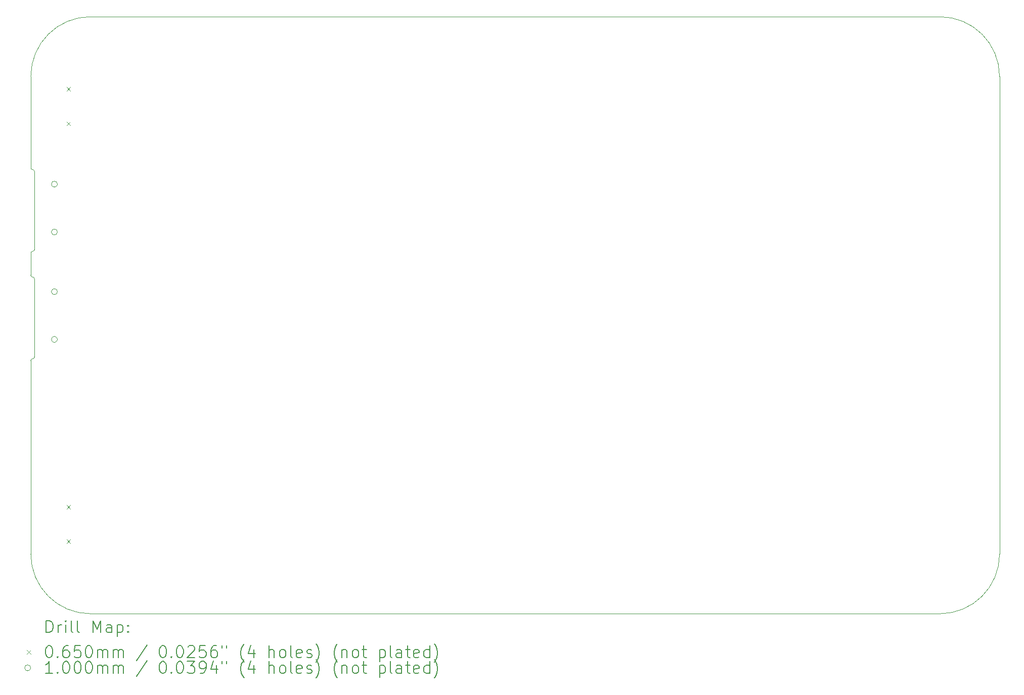
<source format=gbr>
%TF.GenerationSoftware,KiCad,Pcbnew,9.0.2-9.0.2-0~ubuntu24.04.1*%
%TF.CreationDate,2025-07-21T15:48:50-04:00*%
%TF.ProjectId,digital,64696769-7461-46c2-9e6b-696361645f70,rev?*%
%TF.SameCoordinates,Original*%
%TF.FileFunction,Drillmap*%
%TF.FilePolarity,Positive*%
%FSLAX45Y45*%
G04 Gerber Fmt 4.5, Leading zero omitted, Abs format (unit mm)*
G04 Created by KiCad (PCBNEW 9.0.2-9.0.2-0~ubuntu24.04.1) date 2025-07-21 15:48:50*
%MOMM*%
%LPD*%
G01*
G04 APERTURE LIST*
%ADD10C,0.050000*%
%ADD11C,0.200000*%
%ADD12C,0.100000*%
G04 APERTURE END LIST*
D10*
X6280000Y-15000000D02*
X20500000Y-15000000D01*
X5340000Y-10700000D02*
G75*
G02*
X5310000Y-10730000I-30000J0D01*
G01*
X5280000Y-6000000D02*
G75*
G02*
X6280000Y-5000000I1000000J0D01*
G01*
X6280000Y-15000000D02*
G75*
G02*
X5280000Y-14000000I0J1000000D01*
G01*
X5280000Y-6000000D02*
X5280000Y-7530000D01*
X5280000Y-10760000D02*
G75*
G02*
X5310000Y-10730000I30000J0D01*
G01*
X5310000Y-7560000D02*
G75*
G02*
X5280000Y-7530000I0J30000D01*
G01*
X5340000Y-8900000D02*
G75*
G02*
X5310000Y-8930000I-30000J0D01*
G01*
X5340000Y-7590000D02*
X5340000Y-8900000D01*
X20500000Y-5000000D02*
X6280000Y-5000000D01*
X5280000Y-10760000D02*
X5280000Y-14000000D01*
X20500000Y-5000000D02*
G75*
G02*
X21500000Y-6000000I0J-1000000D01*
G01*
X5280000Y-8960000D02*
G75*
G02*
X5310000Y-8930000I30000J0D01*
G01*
X5310000Y-9360000D02*
G75*
G02*
X5340000Y-9390000I0J-30000D01*
G01*
X5280000Y-8960000D02*
X5280000Y-9330000D01*
X21500000Y-14000000D02*
X21500000Y-6000000D01*
X5340000Y-9390000D02*
X5340000Y-10700000D01*
X21500000Y-14000000D02*
G75*
G02*
X20500000Y-15000000I-1000000J0D01*
G01*
X5310000Y-7560000D02*
G75*
G02*
X5340000Y-7590000I0J-30000D01*
G01*
X5310000Y-9360000D02*
G75*
G02*
X5280000Y-9330000I0J30000D01*
G01*
D11*
D12*
X5878000Y-6178500D02*
X5943000Y-6243500D01*
X5943000Y-6178500D02*
X5878000Y-6243500D01*
X5878000Y-6756500D02*
X5943000Y-6821500D01*
X5943000Y-6756500D02*
X5878000Y-6821500D01*
X5878000Y-13178500D02*
X5943000Y-13243500D01*
X5943000Y-13178500D02*
X5878000Y-13243500D01*
X5878000Y-13756500D02*
X5943000Y-13821500D01*
X5943000Y-13756500D02*
X5878000Y-13821500D01*
X5725000Y-7805000D02*
G75*
G02*
X5625000Y-7805000I-50000J0D01*
G01*
X5625000Y-7805000D02*
G75*
G02*
X5725000Y-7805000I50000J0D01*
G01*
X5725000Y-8605000D02*
G75*
G02*
X5625000Y-8605000I-50000J0D01*
G01*
X5625000Y-8605000D02*
G75*
G02*
X5725000Y-8605000I50000J0D01*
G01*
X5725000Y-9605000D02*
G75*
G02*
X5625000Y-9605000I-50000J0D01*
G01*
X5625000Y-9605000D02*
G75*
G02*
X5725000Y-9605000I50000J0D01*
G01*
X5725000Y-10405000D02*
G75*
G02*
X5625000Y-10405000I-50000J0D01*
G01*
X5625000Y-10405000D02*
G75*
G02*
X5725000Y-10405000I50000J0D01*
G01*
D11*
X5538277Y-15313984D02*
X5538277Y-15113984D01*
X5538277Y-15113984D02*
X5585896Y-15113984D01*
X5585896Y-15113984D02*
X5614467Y-15123508D01*
X5614467Y-15123508D02*
X5633515Y-15142555D01*
X5633515Y-15142555D02*
X5643039Y-15161603D01*
X5643039Y-15161603D02*
X5652562Y-15199698D01*
X5652562Y-15199698D02*
X5652562Y-15228269D01*
X5652562Y-15228269D02*
X5643039Y-15266365D01*
X5643039Y-15266365D02*
X5633515Y-15285412D01*
X5633515Y-15285412D02*
X5614467Y-15304460D01*
X5614467Y-15304460D02*
X5585896Y-15313984D01*
X5585896Y-15313984D02*
X5538277Y-15313984D01*
X5738277Y-15313984D02*
X5738277Y-15180650D01*
X5738277Y-15218746D02*
X5747801Y-15199698D01*
X5747801Y-15199698D02*
X5757324Y-15190174D01*
X5757324Y-15190174D02*
X5776372Y-15180650D01*
X5776372Y-15180650D02*
X5795420Y-15180650D01*
X5862086Y-15313984D02*
X5862086Y-15180650D01*
X5862086Y-15113984D02*
X5852562Y-15123508D01*
X5852562Y-15123508D02*
X5862086Y-15133031D01*
X5862086Y-15133031D02*
X5871610Y-15123508D01*
X5871610Y-15123508D02*
X5862086Y-15113984D01*
X5862086Y-15113984D02*
X5862086Y-15133031D01*
X5985896Y-15313984D02*
X5966848Y-15304460D01*
X5966848Y-15304460D02*
X5957324Y-15285412D01*
X5957324Y-15285412D02*
X5957324Y-15113984D01*
X6090658Y-15313984D02*
X6071610Y-15304460D01*
X6071610Y-15304460D02*
X6062086Y-15285412D01*
X6062086Y-15285412D02*
X6062086Y-15113984D01*
X6319229Y-15313984D02*
X6319229Y-15113984D01*
X6319229Y-15113984D02*
X6385896Y-15256841D01*
X6385896Y-15256841D02*
X6452562Y-15113984D01*
X6452562Y-15113984D02*
X6452562Y-15313984D01*
X6633515Y-15313984D02*
X6633515Y-15209222D01*
X6633515Y-15209222D02*
X6623991Y-15190174D01*
X6623991Y-15190174D02*
X6604943Y-15180650D01*
X6604943Y-15180650D02*
X6566848Y-15180650D01*
X6566848Y-15180650D02*
X6547801Y-15190174D01*
X6633515Y-15304460D02*
X6614467Y-15313984D01*
X6614467Y-15313984D02*
X6566848Y-15313984D01*
X6566848Y-15313984D02*
X6547801Y-15304460D01*
X6547801Y-15304460D02*
X6538277Y-15285412D01*
X6538277Y-15285412D02*
X6538277Y-15266365D01*
X6538277Y-15266365D02*
X6547801Y-15247317D01*
X6547801Y-15247317D02*
X6566848Y-15237793D01*
X6566848Y-15237793D02*
X6614467Y-15237793D01*
X6614467Y-15237793D02*
X6633515Y-15228269D01*
X6728753Y-15180650D02*
X6728753Y-15380650D01*
X6728753Y-15190174D02*
X6747801Y-15180650D01*
X6747801Y-15180650D02*
X6785896Y-15180650D01*
X6785896Y-15180650D02*
X6804943Y-15190174D01*
X6804943Y-15190174D02*
X6814467Y-15199698D01*
X6814467Y-15199698D02*
X6823991Y-15218746D01*
X6823991Y-15218746D02*
X6823991Y-15275888D01*
X6823991Y-15275888D02*
X6814467Y-15294936D01*
X6814467Y-15294936D02*
X6804943Y-15304460D01*
X6804943Y-15304460D02*
X6785896Y-15313984D01*
X6785896Y-15313984D02*
X6747801Y-15313984D01*
X6747801Y-15313984D02*
X6728753Y-15304460D01*
X6909705Y-15294936D02*
X6919229Y-15304460D01*
X6919229Y-15304460D02*
X6909705Y-15313984D01*
X6909705Y-15313984D02*
X6900182Y-15304460D01*
X6900182Y-15304460D02*
X6909705Y-15294936D01*
X6909705Y-15294936D02*
X6909705Y-15313984D01*
X6909705Y-15190174D02*
X6919229Y-15199698D01*
X6919229Y-15199698D02*
X6909705Y-15209222D01*
X6909705Y-15209222D02*
X6900182Y-15199698D01*
X6900182Y-15199698D02*
X6909705Y-15190174D01*
X6909705Y-15190174D02*
X6909705Y-15209222D01*
D12*
X5212500Y-15610000D02*
X5277500Y-15675000D01*
X5277500Y-15610000D02*
X5212500Y-15675000D01*
D11*
X5576372Y-15533984D02*
X5595420Y-15533984D01*
X5595420Y-15533984D02*
X5614467Y-15543508D01*
X5614467Y-15543508D02*
X5623991Y-15553031D01*
X5623991Y-15553031D02*
X5633515Y-15572079D01*
X5633515Y-15572079D02*
X5643039Y-15610174D01*
X5643039Y-15610174D02*
X5643039Y-15657793D01*
X5643039Y-15657793D02*
X5633515Y-15695888D01*
X5633515Y-15695888D02*
X5623991Y-15714936D01*
X5623991Y-15714936D02*
X5614467Y-15724460D01*
X5614467Y-15724460D02*
X5595420Y-15733984D01*
X5595420Y-15733984D02*
X5576372Y-15733984D01*
X5576372Y-15733984D02*
X5557324Y-15724460D01*
X5557324Y-15724460D02*
X5547801Y-15714936D01*
X5547801Y-15714936D02*
X5538277Y-15695888D01*
X5538277Y-15695888D02*
X5528753Y-15657793D01*
X5528753Y-15657793D02*
X5528753Y-15610174D01*
X5528753Y-15610174D02*
X5538277Y-15572079D01*
X5538277Y-15572079D02*
X5547801Y-15553031D01*
X5547801Y-15553031D02*
X5557324Y-15543508D01*
X5557324Y-15543508D02*
X5576372Y-15533984D01*
X5728753Y-15714936D02*
X5738277Y-15724460D01*
X5738277Y-15724460D02*
X5728753Y-15733984D01*
X5728753Y-15733984D02*
X5719229Y-15724460D01*
X5719229Y-15724460D02*
X5728753Y-15714936D01*
X5728753Y-15714936D02*
X5728753Y-15733984D01*
X5909705Y-15533984D02*
X5871610Y-15533984D01*
X5871610Y-15533984D02*
X5852562Y-15543508D01*
X5852562Y-15543508D02*
X5843039Y-15553031D01*
X5843039Y-15553031D02*
X5823991Y-15581603D01*
X5823991Y-15581603D02*
X5814467Y-15619698D01*
X5814467Y-15619698D02*
X5814467Y-15695888D01*
X5814467Y-15695888D02*
X5823991Y-15714936D01*
X5823991Y-15714936D02*
X5833515Y-15724460D01*
X5833515Y-15724460D02*
X5852562Y-15733984D01*
X5852562Y-15733984D02*
X5890658Y-15733984D01*
X5890658Y-15733984D02*
X5909705Y-15724460D01*
X5909705Y-15724460D02*
X5919229Y-15714936D01*
X5919229Y-15714936D02*
X5928753Y-15695888D01*
X5928753Y-15695888D02*
X5928753Y-15648269D01*
X5928753Y-15648269D02*
X5919229Y-15629222D01*
X5919229Y-15629222D02*
X5909705Y-15619698D01*
X5909705Y-15619698D02*
X5890658Y-15610174D01*
X5890658Y-15610174D02*
X5852562Y-15610174D01*
X5852562Y-15610174D02*
X5833515Y-15619698D01*
X5833515Y-15619698D02*
X5823991Y-15629222D01*
X5823991Y-15629222D02*
X5814467Y-15648269D01*
X6109705Y-15533984D02*
X6014467Y-15533984D01*
X6014467Y-15533984D02*
X6004943Y-15629222D01*
X6004943Y-15629222D02*
X6014467Y-15619698D01*
X6014467Y-15619698D02*
X6033515Y-15610174D01*
X6033515Y-15610174D02*
X6081134Y-15610174D01*
X6081134Y-15610174D02*
X6100182Y-15619698D01*
X6100182Y-15619698D02*
X6109705Y-15629222D01*
X6109705Y-15629222D02*
X6119229Y-15648269D01*
X6119229Y-15648269D02*
X6119229Y-15695888D01*
X6119229Y-15695888D02*
X6109705Y-15714936D01*
X6109705Y-15714936D02*
X6100182Y-15724460D01*
X6100182Y-15724460D02*
X6081134Y-15733984D01*
X6081134Y-15733984D02*
X6033515Y-15733984D01*
X6033515Y-15733984D02*
X6014467Y-15724460D01*
X6014467Y-15724460D02*
X6004943Y-15714936D01*
X6243039Y-15533984D02*
X6262086Y-15533984D01*
X6262086Y-15533984D02*
X6281134Y-15543508D01*
X6281134Y-15543508D02*
X6290658Y-15553031D01*
X6290658Y-15553031D02*
X6300182Y-15572079D01*
X6300182Y-15572079D02*
X6309705Y-15610174D01*
X6309705Y-15610174D02*
X6309705Y-15657793D01*
X6309705Y-15657793D02*
X6300182Y-15695888D01*
X6300182Y-15695888D02*
X6290658Y-15714936D01*
X6290658Y-15714936D02*
X6281134Y-15724460D01*
X6281134Y-15724460D02*
X6262086Y-15733984D01*
X6262086Y-15733984D02*
X6243039Y-15733984D01*
X6243039Y-15733984D02*
X6223991Y-15724460D01*
X6223991Y-15724460D02*
X6214467Y-15714936D01*
X6214467Y-15714936D02*
X6204943Y-15695888D01*
X6204943Y-15695888D02*
X6195420Y-15657793D01*
X6195420Y-15657793D02*
X6195420Y-15610174D01*
X6195420Y-15610174D02*
X6204943Y-15572079D01*
X6204943Y-15572079D02*
X6214467Y-15553031D01*
X6214467Y-15553031D02*
X6223991Y-15543508D01*
X6223991Y-15543508D02*
X6243039Y-15533984D01*
X6395420Y-15733984D02*
X6395420Y-15600650D01*
X6395420Y-15619698D02*
X6404943Y-15610174D01*
X6404943Y-15610174D02*
X6423991Y-15600650D01*
X6423991Y-15600650D02*
X6452563Y-15600650D01*
X6452563Y-15600650D02*
X6471610Y-15610174D01*
X6471610Y-15610174D02*
X6481134Y-15629222D01*
X6481134Y-15629222D02*
X6481134Y-15733984D01*
X6481134Y-15629222D02*
X6490658Y-15610174D01*
X6490658Y-15610174D02*
X6509705Y-15600650D01*
X6509705Y-15600650D02*
X6538277Y-15600650D01*
X6538277Y-15600650D02*
X6557324Y-15610174D01*
X6557324Y-15610174D02*
X6566848Y-15629222D01*
X6566848Y-15629222D02*
X6566848Y-15733984D01*
X6662086Y-15733984D02*
X6662086Y-15600650D01*
X6662086Y-15619698D02*
X6671610Y-15610174D01*
X6671610Y-15610174D02*
X6690658Y-15600650D01*
X6690658Y-15600650D02*
X6719229Y-15600650D01*
X6719229Y-15600650D02*
X6738277Y-15610174D01*
X6738277Y-15610174D02*
X6747801Y-15629222D01*
X6747801Y-15629222D02*
X6747801Y-15733984D01*
X6747801Y-15629222D02*
X6757324Y-15610174D01*
X6757324Y-15610174D02*
X6776372Y-15600650D01*
X6776372Y-15600650D02*
X6804943Y-15600650D01*
X6804943Y-15600650D02*
X6823991Y-15610174D01*
X6823991Y-15610174D02*
X6833515Y-15629222D01*
X6833515Y-15629222D02*
X6833515Y-15733984D01*
X7223991Y-15524460D02*
X7052563Y-15781603D01*
X7481134Y-15533984D02*
X7500182Y-15533984D01*
X7500182Y-15533984D02*
X7519229Y-15543508D01*
X7519229Y-15543508D02*
X7528753Y-15553031D01*
X7528753Y-15553031D02*
X7538277Y-15572079D01*
X7538277Y-15572079D02*
X7547801Y-15610174D01*
X7547801Y-15610174D02*
X7547801Y-15657793D01*
X7547801Y-15657793D02*
X7538277Y-15695888D01*
X7538277Y-15695888D02*
X7528753Y-15714936D01*
X7528753Y-15714936D02*
X7519229Y-15724460D01*
X7519229Y-15724460D02*
X7500182Y-15733984D01*
X7500182Y-15733984D02*
X7481134Y-15733984D01*
X7481134Y-15733984D02*
X7462086Y-15724460D01*
X7462086Y-15724460D02*
X7452563Y-15714936D01*
X7452563Y-15714936D02*
X7443039Y-15695888D01*
X7443039Y-15695888D02*
X7433515Y-15657793D01*
X7433515Y-15657793D02*
X7433515Y-15610174D01*
X7433515Y-15610174D02*
X7443039Y-15572079D01*
X7443039Y-15572079D02*
X7452563Y-15553031D01*
X7452563Y-15553031D02*
X7462086Y-15543508D01*
X7462086Y-15543508D02*
X7481134Y-15533984D01*
X7633515Y-15714936D02*
X7643039Y-15724460D01*
X7643039Y-15724460D02*
X7633515Y-15733984D01*
X7633515Y-15733984D02*
X7623991Y-15724460D01*
X7623991Y-15724460D02*
X7633515Y-15714936D01*
X7633515Y-15714936D02*
X7633515Y-15733984D01*
X7766848Y-15533984D02*
X7785896Y-15533984D01*
X7785896Y-15533984D02*
X7804944Y-15543508D01*
X7804944Y-15543508D02*
X7814467Y-15553031D01*
X7814467Y-15553031D02*
X7823991Y-15572079D01*
X7823991Y-15572079D02*
X7833515Y-15610174D01*
X7833515Y-15610174D02*
X7833515Y-15657793D01*
X7833515Y-15657793D02*
X7823991Y-15695888D01*
X7823991Y-15695888D02*
X7814467Y-15714936D01*
X7814467Y-15714936D02*
X7804944Y-15724460D01*
X7804944Y-15724460D02*
X7785896Y-15733984D01*
X7785896Y-15733984D02*
X7766848Y-15733984D01*
X7766848Y-15733984D02*
X7747801Y-15724460D01*
X7747801Y-15724460D02*
X7738277Y-15714936D01*
X7738277Y-15714936D02*
X7728753Y-15695888D01*
X7728753Y-15695888D02*
X7719229Y-15657793D01*
X7719229Y-15657793D02*
X7719229Y-15610174D01*
X7719229Y-15610174D02*
X7728753Y-15572079D01*
X7728753Y-15572079D02*
X7738277Y-15553031D01*
X7738277Y-15553031D02*
X7747801Y-15543508D01*
X7747801Y-15543508D02*
X7766848Y-15533984D01*
X7909706Y-15553031D02*
X7919229Y-15543508D01*
X7919229Y-15543508D02*
X7938277Y-15533984D01*
X7938277Y-15533984D02*
X7985896Y-15533984D01*
X7985896Y-15533984D02*
X8004944Y-15543508D01*
X8004944Y-15543508D02*
X8014467Y-15553031D01*
X8014467Y-15553031D02*
X8023991Y-15572079D01*
X8023991Y-15572079D02*
X8023991Y-15591127D01*
X8023991Y-15591127D02*
X8014467Y-15619698D01*
X8014467Y-15619698D02*
X7900182Y-15733984D01*
X7900182Y-15733984D02*
X8023991Y-15733984D01*
X8204944Y-15533984D02*
X8109706Y-15533984D01*
X8109706Y-15533984D02*
X8100182Y-15629222D01*
X8100182Y-15629222D02*
X8109706Y-15619698D01*
X8109706Y-15619698D02*
X8128753Y-15610174D01*
X8128753Y-15610174D02*
X8176372Y-15610174D01*
X8176372Y-15610174D02*
X8195420Y-15619698D01*
X8195420Y-15619698D02*
X8204944Y-15629222D01*
X8204944Y-15629222D02*
X8214467Y-15648269D01*
X8214467Y-15648269D02*
X8214467Y-15695888D01*
X8214467Y-15695888D02*
X8204944Y-15714936D01*
X8204944Y-15714936D02*
X8195420Y-15724460D01*
X8195420Y-15724460D02*
X8176372Y-15733984D01*
X8176372Y-15733984D02*
X8128753Y-15733984D01*
X8128753Y-15733984D02*
X8109706Y-15724460D01*
X8109706Y-15724460D02*
X8100182Y-15714936D01*
X8385896Y-15533984D02*
X8347801Y-15533984D01*
X8347801Y-15533984D02*
X8328753Y-15543508D01*
X8328753Y-15543508D02*
X8319229Y-15553031D01*
X8319229Y-15553031D02*
X8300182Y-15581603D01*
X8300182Y-15581603D02*
X8290658Y-15619698D01*
X8290658Y-15619698D02*
X8290658Y-15695888D01*
X8290658Y-15695888D02*
X8300182Y-15714936D01*
X8300182Y-15714936D02*
X8309706Y-15724460D01*
X8309706Y-15724460D02*
X8328753Y-15733984D01*
X8328753Y-15733984D02*
X8366848Y-15733984D01*
X8366848Y-15733984D02*
X8385896Y-15724460D01*
X8385896Y-15724460D02*
X8395420Y-15714936D01*
X8395420Y-15714936D02*
X8404944Y-15695888D01*
X8404944Y-15695888D02*
X8404944Y-15648269D01*
X8404944Y-15648269D02*
X8395420Y-15629222D01*
X8395420Y-15629222D02*
X8385896Y-15619698D01*
X8385896Y-15619698D02*
X8366848Y-15610174D01*
X8366848Y-15610174D02*
X8328753Y-15610174D01*
X8328753Y-15610174D02*
X8309706Y-15619698D01*
X8309706Y-15619698D02*
X8300182Y-15629222D01*
X8300182Y-15629222D02*
X8290658Y-15648269D01*
X8481134Y-15533984D02*
X8481134Y-15572079D01*
X8557325Y-15533984D02*
X8557325Y-15572079D01*
X8852563Y-15810174D02*
X8843039Y-15800650D01*
X8843039Y-15800650D02*
X8823991Y-15772079D01*
X8823991Y-15772079D02*
X8814468Y-15753031D01*
X8814468Y-15753031D02*
X8804944Y-15724460D01*
X8804944Y-15724460D02*
X8795420Y-15676841D01*
X8795420Y-15676841D02*
X8795420Y-15638746D01*
X8795420Y-15638746D02*
X8804944Y-15591127D01*
X8804944Y-15591127D02*
X8814468Y-15562555D01*
X8814468Y-15562555D02*
X8823991Y-15543508D01*
X8823991Y-15543508D02*
X8843039Y-15514936D01*
X8843039Y-15514936D02*
X8852563Y-15505412D01*
X9014468Y-15600650D02*
X9014468Y-15733984D01*
X8966849Y-15524460D02*
X8919230Y-15667317D01*
X8919230Y-15667317D02*
X9043039Y-15667317D01*
X9271611Y-15733984D02*
X9271611Y-15533984D01*
X9357325Y-15733984D02*
X9357325Y-15629222D01*
X9357325Y-15629222D02*
X9347801Y-15610174D01*
X9347801Y-15610174D02*
X9328753Y-15600650D01*
X9328753Y-15600650D02*
X9300182Y-15600650D01*
X9300182Y-15600650D02*
X9281134Y-15610174D01*
X9281134Y-15610174D02*
X9271611Y-15619698D01*
X9481134Y-15733984D02*
X9462087Y-15724460D01*
X9462087Y-15724460D02*
X9452563Y-15714936D01*
X9452563Y-15714936D02*
X9443039Y-15695888D01*
X9443039Y-15695888D02*
X9443039Y-15638746D01*
X9443039Y-15638746D02*
X9452563Y-15619698D01*
X9452563Y-15619698D02*
X9462087Y-15610174D01*
X9462087Y-15610174D02*
X9481134Y-15600650D01*
X9481134Y-15600650D02*
X9509706Y-15600650D01*
X9509706Y-15600650D02*
X9528753Y-15610174D01*
X9528753Y-15610174D02*
X9538277Y-15619698D01*
X9538277Y-15619698D02*
X9547801Y-15638746D01*
X9547801Y-15638746D02*
X9547801Y-15695888D01*
X9547801Y-15695888D02*
X9538277Y-15714936D01*
X9538277Y-15714936D02*
X9528753Y-15724460D01*
X9528753Y-15724460D02*
X9509706Y-15733984D01*
X9509706Y-15733984D02*
X9481134Y-15733984D01*
X9662087Y-15733984D02*
X9643039Y-15724460D01*
X9643039Y-15724460D02*
X9633515Y-15705412D01*
X9633515Y-15705412D02*
X9633515Y-15533984D01*
X9814468Y-15724460D02*
X9795420Y-15733984D01*
X9795420Y-15733984D02*
X9757325Y-15733984D01*
X9757325Y-15733984D02*
X9738277Y-15724460D01*
X9738277Y-15724460D02*
X9728753Y-15705412D01*
X9728753Y-15705412D02*
X9728753Y-15629222D01*
X9728753Y-15629222D02*
X9738277Y-15610174D01*
X9738277Y-15610174D02*
X9757325Y-15600650D01*
X9757325Y-15600650D02*
X9795420Y-15600650D01*
X9795420Y-15600650D02*
X9814468Y-15610174D01*
X9814468Y-15610174D02*
X9823992Y-15629222D01*
X9823992Y-15629222D02*
X9823992Y-15648269D01*
X9823992Y-15648269D02*
X9728753Y-15667317D01*
X9900182Y-15724460D02*
X9919230Y-15733984D01*
X9919230Y-15733984D02*
X9957325Y-15733984D01*
X9957325Y-15733984D02*
X9976373Y-15724460D01*
X9976373Y-15724460D02*
X9985896Y-15705412D01*
X9985896Y-15705412D02*
X9985896Y-15695888D01*
X9985896Y-15695888D02*
X9976373Y-15676841D01*
X9976373Y-15676841D02*
X9957325Y-15667317D01*
X9957325Y-15667317D02*
X9928753Y-15667317D01*
X9928753Y-15667317D02*
X9909706Y-15657793D01*
X9909706Y-15657793D02*
X9900182Y-15638746D01*
X9900182Y-15638746D02*
X9900182Y-15629222D01*
X9900182Y-15629222D02*
X9909706Y-15610174D01*
X9909706Y-15610174D02*
X9928753Y-15600650D01*
X9928753Y-15600650D02*
X9957325Y-15600650D01*
X9957325Y-15600650D02*
X9976373Y-15610174D01*
X10052563Y-15810174D02*
X10062087Y-15800650D01*
X10062087Y-15800650D02*
X10081134Y-15772079D01*
X10081134Y-15772079D02*
X10090658Y-15753031D01*
X10090658Y-15753031D02*
X10100182Y-15724460D01*
X10100182Y-15724460D02*
X10109706Y-15676841D01*
X10109706Y-15676841D02*
X10109706Y-15638746D01*
X10109706Y-15638746D02*
X10100182Y-15591127D01*
X10100182Y-15591127D02*
X10090658Y-15562555D01*
X10090658Y-15562555D02*
X10081134Y-15543508D01*
X10081134Y-15543508D02*
X10062087Y-15514936D01*
X10062087Y-15514936D02*
X10052563Y-15505412D01*
X10414468Y-15810174D02*
X10404944Y-15800650D01*
X10404944Y-15800650D02*
X10385896Y-15772079D01*
X10385896Y-15772079D02*
X10376373Y-15753031D01*
X10376373Y-15753031D02*
X10366849Y-15724460D01*
X10366849Y-15724460D02*
X10357325Y-15676841D01*
X10357325Y-15676841D02*
X10357325Y-15638746D01*
X10357325Y-15638746D02*
X10366849Y-15591127D01*
X10366849Y-15591127D02*
X10376373Y-15562555D01*
X10376373Y-15562555D02*
X10385896Y-15543508D01*
X10385896Y-15543508D02*
X10404944Y-15514936D01*
X10404944Y-15514936D02*
X10414468Y-15505412D01*
X10490658Y-15600650D02*
X10490658Y-15733984D01*
X10490658Y-15619698D02*
X10500182Y-15610174D01*
X10500182Y-15610174D02*
X10519230Y-15600650D01*
X10519230Y-15600650D02*
X10547801Y-15600650D01*
X10547801Y-15600650D02*
X10566849Y-15610174D01*
X10566849Y-15610174D02*
X10576373Y-15629222D01*
X10576373Y-15629222D02*
X10576373Y-15733984D01*
X10700182Y-15733984D02*
X10681134Y-15724460D01*
X10681134Y-15724460D02*
X10671611Y-15714936D01*
X10671611Y-15714936D02*
X10662087Y-15695888D01*
X10662087Y-15695888D02*
X10662087Y-15638746D01*
X10662087Y-15638746D02*
X10671611Y-15619698D01*
X10671611Y-15619698D02*
X10681134Y-15610174D01*
X10681134Y-15610174D02*
X10700182Y-15600650D01*
X10700182Y-15600650D02*
X10728754Y-15600650D01*
X10728754Y-15600650D02*
X10747801Y-15610174D01*
X10747801Y-15610174D02*
X10757325Y-15619698D01*
X10757325Y-15619698D02*
X10766849Y-15638746D01*
X10766849Y-15638746D02*
X10766849Y-15695888D01*
X10766849Y-15695888D02*
X10757325Y-15714936D01*
X10757325Y-15714936D02*
X10747801Y-15724460D01*
X10747801Y-15724460D02*
X10728754Y-15733984D01*
X10728754Y-15733984D02*
X10700182Y-15733984D01*
X10823992Y-15600650D02*
X10900182Y-15600650D01*
X10852563Y-15533984D02*
X10852563Y-15705412D01*
X10852563Y-15705412D02*
X10862087Y-15724460D01*
X10862087Y-15724460D02*
X10881134Y-15733984D01*
X10881134Y-15733984D02*
X10900182Y-15733984D01*
X11119230Y-15600650D02*
X11119230Y-15800650D01*
X11119230Y-15610174D02*
X11138277Y-15600650D01*
X11138277Y-15600650D02*
X11176373Y-15600650D01*
X11176373Y-15600650D02*
X11195420Y-15610174D01*
X11195420Y-15610174D02*
X11204944Y-15619698D01*
X11204944Y-15619698D02*
X11214468Y-15638746D01*
X11214468Y-15638746D02*
X11214468Y-15695888D01*
X11214468Y-15695888D02*
X11204944Y-15714936D01*
X11204944Y-15714936D02*
X11195420Y-15724460D01*
X11195420Y-15724460D02*
X11176373Y-15733984D01*
X11176373Y-15733984D02*
X11138277Y-15733984D01*
X11138277Y-15733984D02*
X11119230Y-15724460D01*
X11328753Y-15733984D02*
X11309706Y-15724460D01*
X11309706Y-15724460D02*
X11300182Y-15705412D01*
X11300182Y-15705412D02*
X11300182Y-15533984D01*
X11490658Y-15733984D02*
X11490658Y-15629222D01*
X11490658Y-15629222D02*
X11481134Y-15610174D01*
X11481134Y-15610174D02*
X11462087Y-15600650D01*
X11462087Y-15600650D02*
X11423992Y-15600650D01*
X11423992Y-15600650D02*
X11404944Y-15610174D01*
X11490658Y-15724460D02*
X11471611Y-15733984D01*
X11471611Y-15733984D02*
X11423992Y-15733984D01*
X11423992Y-15733984D02*
X11404944Y-15724460D01*
X11404944Y-15724460D02*
X11395420Y-15705412D01*
X11395420Y-15705412D02*
X11395420Y-15686365D01*
X11395420Y-15686365D02*
X11404944Y-15667317D01*
X11404944Y-15667317D02*
X11423992Y-15657793D01*
X11423992Y-15657793D02*
X11471611Y-15657793D01*
X11471611Y-15657793D02*
X11490658Y-15648269D01*
X11557325Y-15600650D02*
X11633515Y-15600650D01*
X11585896Y-15533984D02*
X11585896Y-15705412D01*
X11585896Y-15705412D02*
X11595420Y-15724460D01*
X11595420Y-15724460D02*
X11614468Y-15733984D01*
X11614468Y-15733984D02*
X11633515Y-15733984D01*
X11776373Y-15724460D02*
X11757325Y-15733984D01*
X11757325Y-15733984D02*
X11719230Y-15733984D01*
X11719230Y-15733984D02*
X11700182Y-15724460D01*
X11700182Y-15724460D02*
X11690658Y-15705412D01*
X11690658Y-15705412D02*
X11690658Y-15629222D01*
X11690658Y-15629222D02*
X11700182Y-15610174D01*
X11700182Y-15610174D02*
X11719230Y-15600650D01*
X11719230Y-15600650D02*
X11757325Y-15600650D01*
X11757325Y-15600650D02*
X11776373Y-15610174D01*
X11776373Y-15610174D02*
X11785896Y-15629222D01*
X11785896Y-15629222D02*
X11785896Y-15648269D01*
X11785896Y-15648269D02*
X11690658Y-15667317D01*
X11957325Y-15733984D02*
X11957325Y-15533984D01*
X11957325Y-15724460D02*
X11938277Y-15733984D01*
X11938277Y-15733984D02*
X11900182Y-15733984D01*
X11900182Y-15733984D02*
X11881134Y-15724460D01*
X11881134Y-15724460D02*
X11871611Y-15714936D01*
X11871611Y-15714936D02*
X11862087Y-15695888D01*
X11862087Y-15695888D02*
X11862087Y-15638746D01*
X11862087Y-15638746D02*
X11871611Y-15619698D01*
X11871611Y-15619698D02*
X11881134Y-15610174D01*
X11881134Y-15610174D02*
X11900182Y-15600650D01*
X11900182Y-15600650D02*
X11938277Y-15600650D01*
X11938277Y-15600650D02*
X11957325Y-15610174D01*
X12033515Y-15810174D02*
X12043039Y-15800650D01*
X12043039Y-15800650D02*
X12062087Y-15772079D01*
X12062087Y-15772079D02*
X12071611Y-15753031D01*
X12071611Y-15753031D02*
X12081134Y-15724460D01*
X12081134Y-15724460D02*
X12090658Y-15676841D01*
X12090658Y-15676841D02*
X12090658Y-15638746D01*
X12090658Y-15638746D02*
X12081134Y-15591127D01*
X12081134Y-15591127D02*
X12071611Y-15562555D01*
X12071611Y-15562555D02*
X12062087Y-15543508D01*
X12062087Y-15543508D02*
X12043039Y-15514936D01*
X12043039Y-15514936D02*
X12033515Y-15505412D01*
D12*
X5277500Y-15906500D02*
G75*
G02*
X5177500Y-15906500I-50000J0D01*
G01*
X5177500Y-15906500D02*
G75*
G02*
X5277500Y-15906500I50000J0D01*
G01*
D11*
X5643039Y-15997984D02*
X5528753Y-15997984D01*
X5585896Y-15997984D02*
X5585896Y-15797984D01*
X5585896Y-15797984D02*
X5566848Y-15826555D01*
X5566848Y-15826555D02*
X5547801Y-15845603D01*
X5547801Y-15845603D02*
X5528753Y-15855127D01*
X5728753Y-15978936D02*
X5738277Y-15988460D01*
X5738277Y-15988460D02*
X5728753Y-15997984D01*
X5728753Y-15997984D02*
X5719229Y-15988460D01*
X5719229Y-15988460D02*
X5728753Y-15978936D01*
X5728753Y-15978936D02*
X5728753Y-15997984D01*
X5862086Y-15797984D02*
X5881134Y-15797984D01*
X5881134Y-15797984D02*
X5900182Y-15807508D01*
X5900182Y-15807508D02*
X5909705Y-15817031D01*
X5909705Y-15817031D02*
X5919229Y-15836079D01*
X5919229Y-15836079D02*
X5928753Y-15874174D01*
X5928753Y-15874174D02*
X5928753Y-15921793D01*
X5928753Y-15921793D02*
X5919229Y-15959888D01*
X5919229Y-15959888D02*
X5909705Y-15978936D01*
X5909705Y-15978936D02*
X5900182Y-15988460D01*
X5900182Y-15988460D02*
X5881134Y-15997984D01*
X5881134Y-15997984D02*
X5862086Y-15997984D01*
X5862086Y-15997984D02*
X5843039Y-15988460D01*
X5843039Y-15988460D02*
X5833515Y-15978936D01*
X5833515Y-15978936D02*
X5823991Y-15959888D01*
X5823991Y-15959888D02*
X5814467Y-15921793D01*
X5814467Y-15921793D02*
X5814467Y-15874174D01*
X5814467Y-15874174D02*
X5823991Y-15836079D01*
X5823991Y-15836079D02*
X5833515Y-15817031D01*
X5833515Y-15817031D02*
X5843039Y-15807508D01*
X5843039Y-15807508D02*
X5862086Y-15797984D01*
X6052562Y-15797984D02*
X6071610Y-15797984D01*
X6071610Y-15797984D02*
X6090658Y-15807508D01*
X6090658Y-15807508D02*
X6100182Y-15817031D01*
X6100182Y-15817031D02*
X6109705Y-15836079D01*
X6109705Y-15836079D02*
X6119229Y-15874174D01*
X6119229Y-15874174D02*
X6119229Y-15921793D01*
X6119229Y-15921793D02*
X6109705Y-15959888D01*
X6109705Y-15959888D02*
X6100182Y-15978936D01*
X6100182Y-15978936D02*
X6090658Y-15988460D01*
X6090658Y-15988460D02*
X6071610Y-15997984D01*
X6071610Y-15997984D02*
X6052562Y-15997984D01*
X6052562Y-15997984D02*
X6033515Y-15988460D01*
X6033515Y-15988460D02*
X6023991Y-15978936D01*
X6023991Y-15978936D02*
X6014467Y-15959888D01*
X6014467Y-15959888D02*
X6004943Y-15921793D01*
X6004943Y-15921793D02*
X6004943Y-15874174D01*
X6004943Y-15874174D02*
X6014467Y-15836079D01*
X6014467Y-15836079D02*
X6023991Y-15817031D01*
X6023991Y-15817031D02*
X6033515Y-15807508D01*
X6033515Y-15807508D02*
X6052562Y-15797984D01*
X6243039Y-15797984D02*
X6262086Y-15797984D01*
X6262086Y-15797984D02*
X6281134Y-15807508D01*
X6281134Y-15807508D02*
X6290658Y-15817031D01*
X6290658Y-15817031D02*
X6300182Y-15836079D01*
X6300182Y-15836079D02*
X6309705Y-15874174D01*
X6309705Y-15874174D02*
X6309705Y-15921793D01*
X6309705Y-15921793D02*
X6300182Y-15959888D01*
X6300182Y-15959888D02*
X6290658Y-15978936D01*
X6290658Y-15978936D02*
X6281134Y-15988460D01*
X6281134Y-15988460D02*
X6262086Y-15997984D01*
X6262086Y-15997984D02*
X6243039Y-15997984D01*
X6243039Y-15997984D02*
X6223991Y-15988460D01*
X6223991Y-15988460D02*
X6214467Y-15978936D01*
X6214467Y-15978936D02*
X6204943Y-15959888D01*
X6204943Y-15959888D02*
X6195420Y-15921793D01*
X6195420Y-15921793D02*
X6195420Y-15874174D01*
X6195420Y-15874174D02*
X6204943Y-15836079D01*
X6204943Y-15836079D02*
X6214467Y-15817031D01*
X6214467Y-15817031D02*
X6223991Y-15807508D01*
X6223991Y-15807508D02*
X6243039Y-15797984D01*
X6395420Y-15997984D02*
X6395420Y-15864650D01*
X6395420Y-15883698D02*
X6404943Y-15874174D01*
X6404943Y-15874174D02*
X6423991Y-15864650D01*
X6423991Y-15864650D02*
X6452563Y-15864650D01*
X6452563Y-15864650D02*
X6471610Y-15874174D01*
X6471610Y-15874174D02*
X6481134Y-15893222D01*
X6481134Y-15893222D02*
X6481134Y-15997984D01*
X6481134Y-15893222D02*
X6490658Y-15874174D01*
X6490658Y-15874174D02*
X6509705Y-15864650D01*
X6509705Y-15864650D02*
X6538277Y-15864650D01*
X6538277Y-15864650D02*
X6557324Y-15874174D01*
X6557324Y-15874174D02*
X6566848Y-15893222D01*
X6566848Y-15893222D02*
X6566848Y-15997984D01*
X6662086Y-15997984D02*
X6662086Y-15864650D01*
X6662086Y-15883698D02*
X6671610Y-15874174D01*
X6671610Y-15874174D02*
X6690658Y-15864650D01*
X6690658Y-15864650D02*
X6719229Y-15864650D01*
X6719229Y-15864650D02*
X6738277Y-15874174D01*
X6738277Y-15874174D02*
X6747801Y-15893222D01*
X6747801Y-15893222D02*
X6747801Y-15997984D01*
X6747801Y-15893222D02*
X6757324Y-15874174D01*
X6757324Y-15874174D02*
X6776372Y-15864650D01*
X6776372Y-15864650D02*
X6804943Y-15864650D01*
X6804943Y-15864650D02*
X6823991Y-15874174D01*
X6823991Y-15874174D02*
X6833515Y-15893222D01*
X6833515Y-15893222D02*
X6833515Y-15997984D01*
X7223991Y-15788460D02*
X7052563Y-16045603D01*
X7481134Y-15797984D02*
X7500182Y-15797984D01*
X7500182Y-15797984D02*
X7519229Y-15807508D01*
X7519229Y-15807508D02*
X7528753Y-15817031D01*
X7528753Y-15817031D02*
X7538277Y-15836079D01*
X7538277Y-15836079D02*
X7547801Y-15874174D01*
X7547801Y-15874174D02*
X7547801Y-15921793D01*
X7547801Y-15921793D02*
X7538277Y-15959888D01*
X7538277Y-15959888D02*
X7528753Y-15978936D01*
X7528753Y-15978936D02*
X7519229Y-15988460D01*
X7519229Y-15988460D02*
X7500182Y-15997984D01*
X7500182Y-15997984D02*
X7481134Y-15997984D01*
X7481134Y-15997984D02*
X7462086Y-15988460D01*
X7462086Y-15988460D02*
X7452563Y-15978936D01*
X7452563Y-15978936D02*
X7443039Y-15959888D01*
X7443039Y-15959888D02*
X7433515Y-15921793D01*
X7433515Y-15921793D02*
X7433515Y-15874174D01*
X7433515Y-15874174D02*
X7443039Y-15836079D01*
X7443039Y-15836079D02*
X7452563Y-15817031D01*
X7452563Y-15817031D02*
X7462086Y-15807508D01*
X7462086Y-15807508D02*
X7481134Y-15797984D01*
X7633515Y-15978936D02*
X7643039Y-15988460D01*
X7643039Y-15988460D02*
X7633515Y-15997984D01*
X7633515Y-15997984D02*
X7623991Y-15988460D01*
X7623991Y-15988460D02*
X7633515Y-15978936D01*
X7633515Y-15978936D02*
X7633515Y-15997984D01*
X7766848Y-15797984D02*
X7785896Y-15797984D01*
X7785896Y-15797984D02*
X7804944Y-15807508D01*
X7804944Y-15807508D02*
X7814467Y-15817031D01*
X7814467Y-15817031D02*
X7823991Y-15836079D01*
X7823991Y-15836079D02*
X7833515Y-15874174D01*
X7833515Y-15874174D02*
X7833515Y-15921793D01*
X7833515Y-15921793D02*
X7823991Y-15959888D01*
X7823991Y-15959888D02*
X7814467Y-15978936D01*
X7814467Y-15978936D02*
X7804944Y-15988460D01*
X7804944Y-15988460D02*
X7785896Y-15997984D01*
X7785896Y-15997984D02*
X7766848Y-15997984D01*
X7766848Y-15997984D02*
X7747801Y-15988460D01*
X7747801Y-15988460D02*
X7738277Y-15978936D01*
X7738277Y-15978936D02*
X7728753Y-15959888D01*
X7728753Y-15959888D02*
X7719229Y-15921793D01*
X7719229Y-15921793D02*
X7719229Y-15874174D01*
X7719229Y-15874174D02*
X7728753Y-15836079D01*
X7728753Y-15836079D02*
X7738277Y-15817031D01*
X7738277Y-15817031D02*
X7747801Y-15807508D01*
X7747801Y-15807508D02*
X7766848Y-15797984D01*
X7900182Y-15797984D02*
X8023991Y-15797984D01*
X8023991Y-15797984D02*
X7957325Y-15874174D01*
X7957325Y-15874174D02*
X7985896Y-15874174D01*
X7985896Y-15874174D02*
X8004944Y-15883698D01*
X8004944Y-15883698D02*
X8014467Y-15893222D01*
X8014467Y-15893222D02*
X8023991Y-15912269D01*
X8023991Y-15912269D02*
X8023991Y-15959888D01*
X8023991Y-15959888D02*
X8014467Y-15978936D01*
X8014467Y-15978936D02*
X8004944Y-15988460D01*
X8004944Y-15988460D02*
X7985896Y-15997984D01*
X7985896Y-15997984D02*
X7928753Y-15997984D01*
X7928753Y-15997984D02*
X7909706Y-15988460D01*
X7909706Y-15988460D02*
X7900182Y-15978936D01*
X8119229Y-15997984D02*
X8157325Y-15997984D01*
X8157325Y-15997984D02*
X8176372Y-15988460D01*
X8176372Y-15988460D02*
X8185896Y-15978936D01*
X8185896Y-15978936D02*
X8204944Y-15950365D01*
X8204944Y-15950365D02*
X8214467Y-15912269D01*
X8214467Y-15912269D02*
X8214467Y-15836079D01*
X8214467Y-15836079D02*
X8204944Y-15817031D01*
X8204944Y-15817031D02*
X8195420Y-15807508D01*
X8195420Y-15807508D02*
X8176372Y-15797984D01*
X8176372Y-15797984D02*
X8138277Y-15797984D01*
X8138277Y-15797984D02*
X8119229Y-15807508D01*
X8119229Y-15807508D02*
X8109706Y-15817031D01*
X8109706Y-15817031D02*
X8100182Y-15836079D01*
X8100182Y-15836079D02*
X8100182Y-15883698D01*
X8100182Y-15883698D02*
X8109706Y-15902746D01*
X8109706Y-15902746D02*
X8119229Y-15912269D01*
X8119229Y-15912269D02*
X8138277Y-15921793D01*
X8138277Y-15921793D02*
X8176372Y-15921793D01*
X8176372Y-15921793D02*
X8195420Y-15912269D01*
X8195420Y-15912269D02*
X8204944Y-15902746D01*
X8204944Y-15902746D02*
X8214467Y-15883698D01*
X8385896Y-15864650D02*
X8385896Y-15997984D01*
X8338277Y-15788460D02*
X8290658Y-15931317D01*
X8290658Y-15931317D02*
X8414468Y-15931317D01*
X8481134Y-15797984D02*
X8481134Y-15836079D01*
X8557325Y-15797984D02*
X8557325Y-15836079D01*
X8852563Y-16074174D02*
X8843039Y-16064650D01*
X8843039Y-16064650D02*
X8823991Y-16036079D01*
X8823991Y-16036079D02*
X8814468Y-16017031D01*
X8814468Y-16017031D02*
X8804944Y-15988460D01*
X8804944Y-15988460D02*
X8795420Y-15940841D01*
X8795420Y-15940841D02*
X8795420Y-15902746D01*
X8795420Y-15902746D02*
X8804944Y-15855127D01*
X8804944Y-15855127D02*
X8814468Y-15826555D01*
X8814468Y-15826555D02*
X8823991Y-15807508D01*
X8823991Y-15807508D02*
X8843039Y-15778936D01*
X8843039Y-15778936D02*
X8852563Y-15769412D01*
X9014468Y-15864650D02*
X9014468Y-15997984D01*
X8966849Y-15788460D02*
X8919230Y-15931317D01*
X8919230Y-15931317D02*
X9043039Y-15931317D01*
X9271611Y-15997984D02*
X9271611Y-15797984D01*
X9357325Y-15997984D02*
X9357325Y-15893222D01*
X9357325Y-15893222D02*
X9347801Y-15874174D01*
X9347801Y-15874174D02*
X9328753Y-15864650D01*
X9328753Y-15864650D02*
X9300182Y-15864650D01*
X9300182Y-15864650D02*
X9281134Y-15874174D01*
X9281134Y-15874174D02*
X9271611Y-15883698D01*
X9481134Y-15997984D02*
X9462087Y-15988460D01*
X9462087Y-15988460D02*
X9452563Y-15978936D01*
X9452563Y-15978936D02*
X9443039Y-15959888D01*
X9443039Y-15959888D02*
X9443039Y-15902746D01*
X9443039Y-15902746D02*
X9452563Y-15883698D01*
X9452563Y-15883698D02*
X9462087Y-15874174D01*
X9462087Y-15874174D02*
X9481134Y-15864650D01*
X9481134Y-15864650D02*
X9509706Y-15864650D01*
X9509706Y-15864650D02*
X9528753Y-15874174D01*
X9528753Y-15874174D02*
X9538277Y-15883698D01*
X9538277Y-15883698D02*
X9547801Y-15902746D01*
X9547801Y-15902746D02*
X9547801Y-15959888D01*
X9547801Y-15959888D02*
X9538277Y-15978936D01*
X9538277Y-15978936D02*
X9528753Y-15988460D01*
X9528753Y-15988460D02*
X9509706Y-15997984D01*
X9509706Y-15997984D02*
X9481134Y-15997984D01*
X9662087Y-15997984D02*
X9643039Y-15988460D01*
X9643039Y-15988460D02*
X9633515Y-15969412D01*
X9633515Y-15969412D02*
X9633515Y-15797984D01*
X9814468Y-15988460D02*
X9795420Y-15997984D01*
X9795420Y-15997984D02*
X9757325Y-15997984D01*
X9757325Y-15997984D02*
X9738277Y-15988460D01*
X9738277Y-15988460D02*
X9728753Y-15969412D01*
X9728753Y-15969412D02*
X9728753Y-15893222D01*
X9728753Y-15893222D02*
X9738277Y-15874174D01*
X9738277Y-15874174D02*
X9757325Y-15864650D01*
X9757325Y-15864650D02*
X9795420Y-15864650D01*
X9795420Y-15864650D02*
X9814468Y-15874174D01*
X9814468Y-15874174D02*
X9823992Y-15893222D01*
X9823992Y-15893222D02*
X9823992Y-15912269D01*
X9823992Y-15912269D02*
X9728753Y-15931317D01*
X9900182Y-15988460D02*
X9919230Y-15997984D01*
X9919230Y-15997984D02*
X9957325Y-15997984D01*
X9957325Y-15997984D02*
X9976373Y-15988460D01*
X9976373Y-15988460D02*
X9985896Y-15969412D01*
X9985896Y-15969412D02*
X9985896Y-15959888D01*
X9985896Y-15959888D02*
X9976373Y-15940841D01*
X9976373Y-15940841D02*
X9957325Y-15931317D01*
X9957325Y-15931317D02*
X9928753Y-15931317D01*
X9928753Y-15931317D02*
X9909706Y-15921793D01*
X9909706Y-15921793D02*
X9900182Y-15902746D01*
X9900182Y-15902746D02*
X9900182Y-15893222D01*
X9900182Y-15893222D02*
X9909706Y-15874174D01*
X9909706Y-15874174D02*
X9928753Y-15864650D01*
X9928753Y-15864650D02*
X9957325Y-15864650D01*
X9957325Y-15864650D02*
X9976373Y-15874174D01*
X10052563Y-16074174D02*
X10062087Y-16064650D01*
X10062087Y-16064650D02*
X10081134Y-16036079D01*
X10081134Y-16036079D02*
X10090658Y-16017031D01*
X10090658Y-16017031D02*
X10100182Y-15988460D01*
X10100182Y-15988460D02*
X10109706Y-15940841D01*
X10109706Y-15940841D02*
X10109706Y-15902746D01*
X10109706Y-15902746D02*
X10100182Y-15855127D01*
X10100182Y-15855127D02*
X10090658Y-15826555D01*
X10090658Y-15826555D02*
X10081134Y-15807508D01*
X10081134Y-15807508D02*
X10062087Y-15778936D01*
X10062087Y-15778936D02*
X10052563Y-15769412D01*
X10414468Y-16074174D02*
X10404944Y-16064650D01*
X10404944Y-16064650D02*
X10385896Y-16036079D01*
X10385896Y-16036079D02*
X10376373Y-16017031D01*
X10376373Y-16017031D02*
X10366849Y-15988460D01*
X10366849Y-15988460D02*
X10357325Y-15940841D01*
X10357325Y-15940841D02*
X10357325Y-15902746D01*
X10357325Y-15902746D02*
X10366849Y-15855127D01*
X10366849Y-15855127D02*
X10376373Y-15826555D01*
X10376373Y-15826555D02*
X10385896Y-15807508D01*
X10385896Y-15807508D02*
X10404944Y-15778936D01*
X10404944Y-15778936D02*
X10414468Y-15769412D01*
X10490658Y-15864650D02*
X10490658Y-15997984D01*
X10490658Y-15883698D02*
X10500182Y-15874174D01*
X10500182Y-15874174D02*
X10519230Y-15864650D01*
X10519230Y-15864650D02*
X10547801Y-15864650D01*
X10547801Y-15864650D02*
X10566849Y-15874174D01*
X10566849Y-15874174D02*
X10576373Y-15893222D01*
X10576373Y-15893222D02*
X10576373Y-15997984D01*
X10700182Y-15997984D02*
X10681134Y-15988460D01*
X10681134Y-15988460D02*
X10671611Y-15978936D01*
X10671611Y-15978936D02*
X10662087Y-15959888D01*
X10662087Y-15959888D02*
X10662087Y-15902746D01*
X10662087Y-15902746D02*
X10671611Y-15883698D01*
X10671611Y-15883698D02*
X10681134Y-15874174D01*
X10681134Y-15874174D02*
X10700182Y-15864650D01*
X10700182Y-15864650D02*
X10728754Y-15864650D01*
X10728754Y-15864650D02*
X10747801Y-15874174D01*
X10747801Y-15874174D02*
X10757325Y-15883698D01*
X10757325Y-15883698D02*
X10766849Y-15902746D01*
X10766849Y-15902746D02*
X10766849Y-15959888D01*
X10766849Y-15959888D02*
X10757325Y-15978936D01*
X10757325Y-15978936D02*
X10747801Y-15988460D01*
X10747801Y-15988460D02*
X10728754Y-15997984D01*
X10728754Y-15997984D02*
X10700182Y-15997984D01*
X10823992Y-15864650D02*
X10900182Y-15864650D01*
X10852563Y-15797984D02*
X10852563Y-15969412D01*
X10852563Y-15969412D02*
X10862087Y-15988460D01*
X10862087Y-15988460D02*
X10881134Y-15997984D01*
X10881134Y-15997984D02*
X10900182Y-15997984D01*
X11119230Y-15864650D02*
X11119230Y-16064650D01*
X11119230Y-15874174D02*
X11138277Y-15864650D01*
X11138277Y-15864650D02*
X11176373Y-15864650D01*
X11176373Y-15864650D02*
X11195420Y-15874174D01*
X11195420Y-15874174D02*
X11204944Y-15883698D01*
X11204944Y-15883698D02*
X11214468Y-15902746D01*
X11214468Y-15902746D02*
X11214468Y-15959888D01*
X11214468Y-15959888D02*
X11204944Y-15978936D01*
X11204944Y-15978936D02*
X11195420Y-15988460D01*
X11195420Y-15988460D02*
X11176373Y-15997984D01*
X11176373Y-15997984D02*
X11138277Y-15997984D01*
X11138277Y-15997984D02*
X11119230Y-15988460D01*
X11328753Y-15997984D02*
X11309706Y-15988460D01*
X11309706Y-15988460D02*
X11300182Y-15969412D01*
X11300182Y-15969412D02*
X11300182Y-15797984D01*
X11490658Y-15997984D02*
X11490658Y-15893222D01*
X11490658Y-15893222D02*
X11481134Y-15874174D01*
X11481134Y-15874174D02*
X11462087Y-15864650D01*
X11462087Y-15864650D02*
X11423992Y-15864650D01*
X11423992Y-15864650D02*
X11404944Y-15874174D01*
X11490658Y-15988460D02*
X11471611Y-15997984D01*
X11471611Y-15997984D02*
X11423992Y-15997984D01*
X11423992Y-15997984D02*
X11404944Y-15988460D01*
X11404944Y-15988460D02*
X11395420Y-15969412D01*
X11395420Y-15969412D02*
X11395420Y-15950365D01*
X11395420Y-15950365D02*
X11404944Y-15931317D01*
X11404944Y-15931317D02*
X11423992Y-15921793D01*
X11423992Y-15921793D02*
X11471611Y-15921793D01*
X11471611Y-15921793D02*
X11490658Y-15912269D01*
X11557325Y-15864650D02*
X11633515Y-15864650D01*
X11585896Y-15797984D02*
X11585896Y-15969412D01*
X11585896Y-15969412D02*
X11595420Y-15988460D01*
X11595420Y-15988460D02*
X11614468Y-15997984D01*
X11614468Y-15997984D02*
X11633515Y-15997984D01*
X11776373Y-15988460D02*
X11757325Y-15997984D01*
X11757325Y-15997984D02*
X11719230Y-15997984D01*
X11719230Y-15997984D02*
X11700182Y-15988460D01*
X11700182Y-15988460D02*
X11690658Y-15969412D01*
X11690658Y-15969412D02*
X11690658Y-15893222D01*
X11690658Y-15893222D02*
X11700182Y-15874174D01*
X11700182Y-15874174D02*
X11719230Y-15864650D01*
X11719230Y-15864650D02*
X11757325Y-15864650D01*
X11757325Y-15864650D02*
X11776373Y-15874174D01*
X11776373Y-15874174D02*
X11785896Y-15893222D01*
X11785896Y-15893222D02*
X11785896Y-15912269D01*
X11785896Y-15912269D02*
X11690658Y-15931317D01*
X11957325Y-15997984D02*
X11957325Y-15797984D01*
X11957325Y-15988460D02*
X11938277Y-15997984D01*
X11938277Y-15997984D02*
X11900182Y-15997984D01*
X11900182Y-15997984D02*
X11881134Y-15988460D01*
X11881134Y-15988460D02*
X11871611Y-15978936D01*
X11871611Y-15978936D02*
X11862087Y-15959888D01*
X11862087Y-15959888D02*
X11862087Y-15902746D01*
X11862087Y-15902746D02*
X11871611Y-15883698D01*
X11871611Y-15883698D02*
X11881134Y-15874174D01*
X11881134Y-15874174D02*
X11900182Y-15864650D01*
X11900182Y-15864650D02*
X11938277Y-15864650D01*
X11938277Y-15864650D02*
X11957325Y-15874174D01*
X12033515Y-16074174D02*
X12043039Y-16064650D01*
X12043039Y-16064650D02*
X12062087Y-16036079D01*
X12062087Y-16036079D02*
X12071611Y-16017031D01*
X12071611Y-16017031D02*
X12081134Y-15988460D01*
X12081134Y-15988460D02*
X12090658Y-15940841D01*
X12090658Y-15940841D02*
X12090658Y-15902746D01*
X12090658Y-15902746D02*
X12081134Y-15855127D01*
X12081134Y-15855127D02*
X12071611Y-15826555D01*
X12071611Y-15826555D02*
X12062087Y-15807508D01*
X12062087Y-15807508D02*
X12043039Y-15778936D01*
X12043039Y-15778936D02*
X12033515Y-15769412D01*
M02*

</source>
